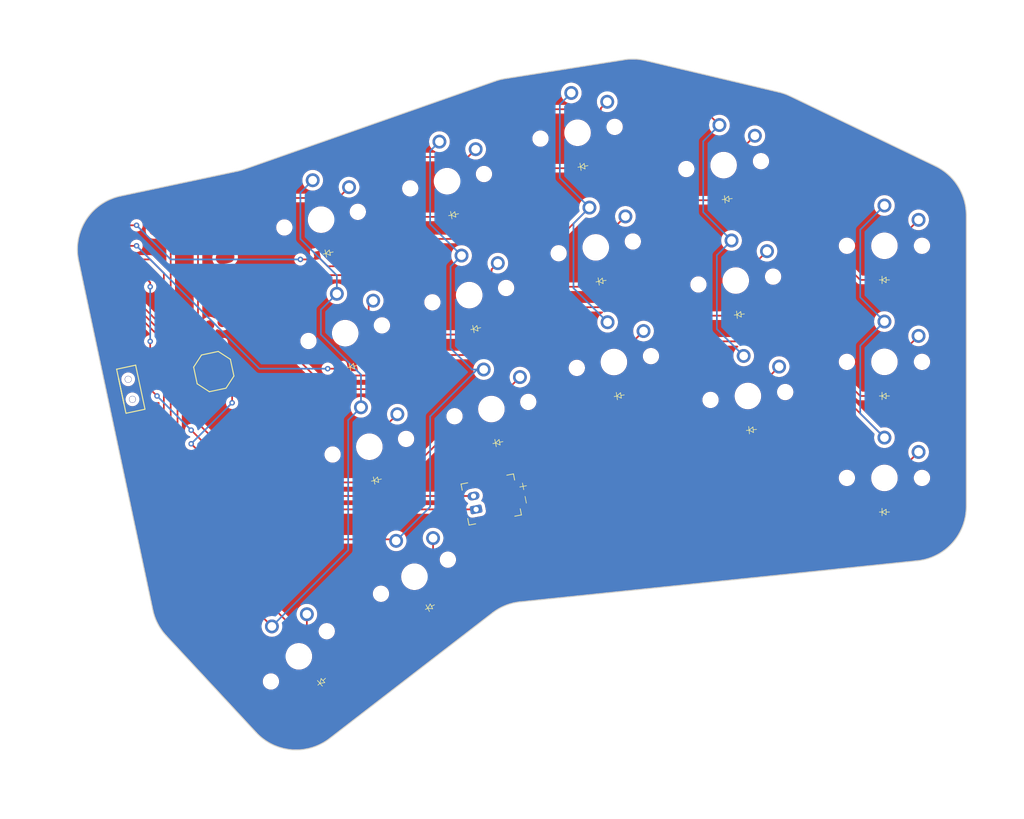
<source format=kicad_pcb>
(kicad_pcb (version 20241229) (generator "pcbnew") (generator_version "9.0")
  (title_block (title "splave-ferris_choc_v1_right") (rev "v1.0.0") (company "Unknown"))
  (layers (0 "F.Cu" signal) (2 "B.Cu" signal) (13 "F.Paste" user) (15 "B.Paste" user) (5 "F.SilkS" user "F.Silkscreen") (7 "B.SilkS" user "B.Silkscreen") (1 "F.Mask" user) (3 "B.Mask" user) (25 "Edge.Cuts" user))
  (net 0 "")
  (net 1 "D8")
  (net 2 "mirror_pinky_bottom")
  (net 3 "GND")
  (net 4 "D1")
  (net 5 "D2")
  (net 6 "mirror_pinky_home")
  (net 7 "mirror_pinky_top")
  (net 8 "D10")
  (net 9 "mirror_ring_bottom")
  (net 10 "mirror_ring_home")
  (net 11 "mirror_ring_top")
  (net 12 "D9")
  (net 13 "mirror_middle_bottom")
  (net 14 "mirror_middle_home")
  (net 15 "mirror_middle_top")
  (net 16 "D3")
  (net 17 "mirror_index_bottom")
  (net 18 "mirror_index_home")
  (net 19 "mirror_index_top")
  (net 20 "D5")
  (net 21 "mirror_inner_bottom")
  (net 22 "mirror_inner_home")
  (net 23 "mirror_inner_top")
  (net 24 "mirror_near_fan")
  (net 25 "mirror_far_fan")
  (net 26 "D0")
  (net 27 "D4")
  (net 28 "D6")
  (net 29 "D7")
  (net 30 "RAW3V3")
  (net 31 "RAW5V")
  (net 32 "CLK")
  (net 33 "DIO")
  (net 34 "RST")
  (net 35 "BAT")
  (net 36 "NFC1")
  (net 37 "NFC2")
  (net 38 "BATCON")
  (footprint "E73:SPDT_C128955" (layer "F.Cu") (at 269.086013 87.024253 102)
    (property "Reference" "T1" (hide yes))
    (property "Value" "" (hide yes))
    (pad "" smd rect (at -3.7 -1.1 102) (size 0.9 0.9) (layers "F.Cu" "F.Mask" "F.Paste"))
    (pad "" smd rect (at -3.7 1.1 102) (size 0.9 0.9) (layers "F.Cu" "F.Mask" "F.Paste"))
    (pad "" np_thru_hole circle (at -1.5 0.000002) (size 1 1) (drill 0.9) (layers "*.Cu" "*.Mask"))
    (pad "" np_thru_hole circle (at 1.5 -0.000002) (size 1 1) (drill 0.9) (layers "*.Cu" "*.Mask"))
    (pad "" smd rect (at 3.7 -1.1 102) (size 0.9 0.9) (layers "F.Cu" "F.Mask" "F.Paste"))
    (pad "" smd rect (at 3.7 1.1 102) (size 0.9 0.9) (layers "F.Cu" "F.Mask" "F.Paste"))
    (pad "1" smd rect (at 2.25 2.075 102) (size 0.9 1.25) (layers "F.Cu" "F.Mask" "F.Paste") (net 35 "BAT"))
    (pad "2" smd rect (at -0.75 2.075 102) (size 0.9 1.25) (layers "F.Cu" "F.Mask" "F.Paste") (net 38 "BATCON"))
    (pad "3" smd rect (at -2.25 2.075 102) (size 0.9 1.25) (layers "F.Cu" "F.Mask" "F.Paste"))
  )
  (footprint "E73:SW_TACT_ALPS_SKQGABE010" (layer "F.Cu") (at 281.312858 84.425356 102)
    (property "Reference" "B1" (hide yes))
    (property "Value" "" (hide yes))
    (pad "1" smd rect (at -3.1 -1.85 102) (size 1.8 1.1) (layers "F.Cu" "F.Mask" "F.Paste") (net 34 "RST"))
    (pad "1" smd rect (at 3.1 -1.85 102) (size 1.8 1.1) (layers "F.Cu" "F.Mask" "F.Paste") (net 34 "RST"))
    (pad "2" smd rect (at -3.1 1.85 102) (size 1.8 1.1) (layers "F.Cu" "F.Mask" "F.Paste") (net 3 "GND"))
    (pad "2" smd rect (at 3.1 1.85 102) (size 1.8 1.1) (layers "F.Cu" "F.Mask" "F.Paste") (net 3 "GND"))
  )
  (footprint "ceoloide:diode_tht_sod123" (layer "F.Cu") (at 319.685381 78.136583 11)
    (property "Reference" "D11" (hide yes))
    (property "Value" "")
    (pad "1" smd rect (at -1.65 0 11) (size 0.9 1.2) (layers "F.Cu" "F.Mask" "F.Paste") (net 4 "D1"))
    (pad "2" smd rect (at 1.65 0 11) (size 0.9 1.2) (layers "F.Cu" "F.Mask" "F.Paste") (net 18 "mirror_index_home"))
  )
  (footprint "ceoloide:diode_tht_sod123" (layer "F.Cu") (at 379.545507 105)
    (property "Reference" "D1" (hide yes))
    (property "Value" "")
    (pad "1" smd rect (at -1.65 0) (size 0.9 1.2) (layers "F.Cu" "F.Mask" "F.Paste") (net 5 "D2"))
    (pad "2" smd rect (at 1.65 0) (size 0.9 1.2) (layers "F.Cu" "F.Mask" "F.Paste") (net 2 "mirror_pinky_bottom"))
  )
  (footprint "ceoloide:diode_tht_sod123" (layer "F.Cu") (at 305.138 100.319148 12)
    (property "Reference" "D13" (hide yes))
    (property "Value" "")
    (pad "1" smd rect (at -1.65 0 12) (size 0.9 1.2) (layers "F.Cu" "F.Mask" "F.Paste") (net 5 "D2"))
    (pad "2" smd rect (at 1.65 0 12) (size 0.9 1.2) (layers "F.Cu" "F.Mask" "F.Paste") (net 21 "mirror_inner_bottom"))
  )
  (footprint "ceoloide:diode_tht_sod123" (layer "F.Cu") (at 379.545507 88)
    (property "Reference" "D2" (hide yes))
    (property "Value" "")
    (pad "1" smd rect (at -1.65 0) (size 0.9 1.2) (layers "F.Cu" "F.Mask" "F.Paste") (net 4 "D1"))
    (pad "2" smd rect (at 1.65 0) (size 0.9 1.2) (layers "F.Cu" "F.Mask" "F.Paste") (net 6 "mirror_pinky_home"))
  )
  (footprint "xiao_smd" (layer "F.Cu") (at 275.051829 69.39873 12)
    (property "Reference" "MCU1" (hide yes))
    (property "Value" "")
    (pad "1" smd oval (at -7.62 -7.62 192) (size 2.75 1.8) (drill (offset 0.475 0)) (layers "F.Cu" "F.Mask" "F.Paste") (net 26 "D0"))
    (pad "2" smd oval (at -7.62 -5.08 192) (size 2.75 1.8) (drill (offset 0.475 0)) (layers "F.Cu" "F.Mask" "F.Paste") (net 4 "D1"))
    (pad "3" smd oval (at -7.62 -2.54 192) (size 2.75 1.8) (drill (offset 0.475 0)) (layers "F.Cu" "F.Mask" "F.Paste") (net 5 "D2"))
    (pad "4" smd oval (at -7.62 0 192) (size 2.75 1.8) (drill (offset 0.475 0)) (layers "F.Cu" "F.Mask" "F.Paste") (net 16 "D3"))
    (pad "5" smd oval (at -7.62 2.54 192) (size 2.75 1.8) (drill (offset 0.475 0)) (layers "F.Cu" "F.Mask" "F.Paste") (net 27 "D4"))
    (pad "6" smd oval (at -7.62 5.08 192) (size 2.75 1.8) (drill (offset 0.475 0)) (layers "F.Cu" "F.Mask" "F.Paste") (net 20 "D5"))
    (pad "7" smd oval (at -7.62 7.62 192) (size 2.75 1.8) (drill (offset 0.475 0)) (layers "F.Cu" "F.Mask" "F.Paste") (net 28 "D6"))
    (pad "8" smd oval (at 7.62 7.62 12) (size 2.75 1.8) (drill (offset 0.475 0)) (layers "F.Cu" "F.Mask" "F.Paste") (net 29 "D7"))
    (pad "9" smd oval (at 7.62 5.08 12) (size 2.75 1.8) (drill (offset 0.475 0)) (layers "F.Cu" "F.Mask" "F.Paste") (net 1 "D8"))
    (pad "10" smd oval (at 7.62 2.54 12) (size 2.75 1.8) (drill (offset 0.475 0)) (layers "F.Cu" "F.Mask" "F.Paste") (net 12 "D9"))
    (pad "11" smd oval (at 7.62 0 12) (size 2.75 1.8) (drill (offset 0.475 0)) (layers "F.Cu" "F.Mask" "F.Paste") (net 8 "D10"))
    (pad "12" smd oval (at 7.62 -2.54 12) (size 2.75 1.8) (drill (offset 0.475 0)) (layers "F.Cu" "F.Mask" "F.Paste") (net 30 "RAW3V3"))
    (pad "13" smd oval (at 7.62 -5.08 12) (size 2.75 1.8) (drill (offset 0.475 0)) (layers "F.Cu" "F.Mask" "F.Paste") (net 3 "GND"))
    (pad "14" smd oval (at 7.62 -7.62 12) (size 2.75 1.8) (drill (offset 0.475 0)) (layers "F.Cu" "F.Mask" "F.Paste") (net 31 "RAW5V"))
    (pad "15" smd circle (at -1.27 -8.572 102) (size 1.397 1.397) (layers "F.Cu" "F.Mask") (net 32 "CLK"))
    (pad "16" smd circle (at 1.27 -8.572 102) (size 1.397 1.397) (layers "F.Cu" "F.Mask") (net 33 "DIO"))
    (pad "17" smd circle (at -1.27 -6.032 102) (size 1.397 1.397) (layers "F.Cu" "F.Mask" "F.Paste") (net 34 "RST"))
    (pad "18" smd circle (at 1.27 -6.032 102) (size 1.397 1.397) (layers "F.Cu" "F.Mask"))
    (pad "19" smd circle (at -4.445 -0.317 192) (size 1.397 1.397) (layers "F.Cu" "F.Mask" "F.Paste") (net 35 "BAT"))
    (pad "20" smd circle (at 3.81 9.208 192) (size 1.397 1.397) (layers "F.Cu" "F.Mask") (net 36 "NFC1"))
    (pad "21" smd circle (at 5.715 9.208 192) (size 1.397 1.397) (layers "F.Cu" "F.Mask") (net 37 "NFC2"))
  )
  (footprint "ceoloide:battery_connector_jst_ph_2" (layer "F.Cu") (at 319.54747 103.631307 101)
    (property "Reference" "JST1" (hide yes))
    (property "Value" "")
    (pad "1" thru_hole roundrect (at -1 0 101) (size 1.2 1.75) (drill 0.75) (layers "*.Cu" "*.Mask") (roundrect_rratio 0.2) (net 3 "GND"))
    (pad "2" thru_hole oval (at 1 0 101) (size 1.2 1.75) (drill 0.75) (layers "*.Cu" "*.Mask") (net 38 "BATCON"))
  )
  (footprint "ceoloide:diode_tht_sod123" (layer "F.Cu") (at 316.441628 61.448921 11)
    (property "Reference" "D12" (hide yes))
    (property "Value" "")
    (pad "1" smd rect (at -1.65 0 11) (size 0.9 1.2) (layers "F.Cu" "F.Mask" "F.Paste") (net 26 "D0"))
    (pad "2" smd rect (at 1.65 0 11) (size 0.9 1.2) (layers "F.Cu" "F.Mask" "F.Paste") (net 19 "mirror_index_top"))
  )
  (footprint "ceoloide:diode_tht_sod123" (layer "F.Cu") (at 301.603501 83.690639 12)
    (property "Reference" "D14" (hide yes))
    (property "Value" "")
    (pad "1" smd rect (at -1.65 0 12) (size 0.9 1.2) (layers "F.Cu" "F.Mask" "F.Paste") (net 4 "D1"))
    (pad "2" smd rect (at 1.65 0 12) (size 0.9 1.2) (layers "F.Cu" "F.Mask" "F.Paste") (net 22 "mirror_inner_home"))
  )
  (footprint "ceoloide:diode_tht_sod123" (layer "F.Cu") (at 338.040679 71.172127 9)
    (property "Reference" "D8" (hide yes))
    (property "Value" "")
    (pad "1" smd rect (at -1.65 0 9) (size 0.9 1.2) (layers "F.Cu" "F.Mask" "F.Paste") (net 4 "D1"))
    (pad "2" smd rect (at 1.65 0 9) (size 0.9 1.2) (layers "F.Cu" "F.Mask" "F.Paste") (net 14 "mirror_middle_home"))
  )
  (footprint "ceoloide:diode_tht_sod123" (layer "F.Cu") (at 340.700064 87.962829 9)
    (property "Reference" "D7" (hide yes))
    (property "Value" "")
    (pad "1" smd rect (at -1.65 0 9) (size 0.9 1.2) (layers "F.Cu" "F.Mask" "F.Paste") (net 5 "D2"))
    (pad "2" smd rect (at 1.65 0 9) (size 0.9 1.2) (layers "F.Cu" "F.Mask" "F.Paste") (net 13 "mirror_middle_bottom"))
  )
  (footprint "ceoloide:diode_tht_sod123" (layer "F.Cu") (at 360.06815 92.97261 6)
    (property "Reference" "D4" (hide yes))
    (property "Value" "")
    (pad "1" smd rect (at -1.65 0 6) (size 0.9 1.2) (layers "F.Cu" "F.Mask" "F.Paste") (net 5 "D2"))
    (pad "2" smd rect (at 1.65 0 6) (size 0.9 1.2) (layers "F.Cu" "F.Mask" "F.Paste") (net 9 "mirror_ring_bottom"))
  )
  (footprint "ceoloide:diode_tht_sod123" (layer "F.Cu") (at 379.545507 71)
    (property "Reference" "D3" (hide yes))
    (property "Value" "")
    (pad "1" smd rect (at -1.65 0) (size 0.9 1.2) (layers "F.Cu" "F.Mask" "F.Paste") (net 26 "D0"))
    (pad "2" smd rect (at 1.65 0) (size 0.9 1.2) (layers "F.Cu" "F.Mask" "F.Paste") (net 7 "mirror_pinky_top"))
  )
  (footprint "ceoloide:diode_tht_sod123" (layer "F.Cu") (at 356.514182 59.158865 6)
    (property "Reference" "D6" (hide yes))
    (property "Value" "")
    (pad "1" smd rect (at -1.65 0 6) (size 0.9 1.2) (layers "F.Cu" "F.Mask" "F.Paste") (net 26 "D0"))
    (pad "2" smd rect (at 1.65 0 6) (size 0.9 1.2) (layers "F.Cu" "F.Mask" "F.Paste") (net 11 "mirror_ring_top"))
  )
  (footprint "ceoloide:diode_tht_sod123" (layer "F.Cu") (at 335.381293 54.381426 9)
    (property "Reference" "D9" (hide yes))
    (property "Value" "")
    (pad "1" smd rect (at -1.65 0 9) (size 0.9 1.2) (layers "F.Cu" "F.Mask" "F.Paste") (net 26 "D0"))
    (pad "2" smd rect (at 1.65 0 9) (size 0.9 1.2) (layers "F.Cu" "F.Mask" "F.Paste") (net 15 "mirror_middle_top"))
  )
  (footprint "ceoloide:diode_tht_sod123" (layer "F.Cu") (at 312.971997 118.926616 27)
    (property "Reference" "D16" (hide yes))
    (property "Value" "")
    (pad "1" smd rect (at -1.65 0 27) (size 0.9 1.2) (layers "F.Cu" "F.Mask" "F.Paste") (net 27 "D4"))
    (pad "2" smd rect (at 1.65 0 27) (size 0.9 1.2) (layers "F.Cu" "F.Mask" "F.Paste") (net 24 "mirror_near_fan"))
  )
  (footprint "ceoloide:diode_tht_sod123" (layer "F.Cu") (at 322.929134 94.824245 11)
    (property "Reference" "D10" (hide yes))
    (property "Value" "")
    (pad "1" smd rect (at -1.65 0 11) (size 0.9 1.2) (layers "F.Cu" "F.Mask" "F.Paste") (net 5 "D2"))
    (pad "2" smd rect (at 1.65 0 11) (size 0.9 1.2) (layers "F.Cu" "F.Mask" "F.Paste") (net 17 "mirror_index_bottom"))
  )
  (footprint "ceoloide:diode_tht_sod123" (layer "F.Cu") (at 297.118407 129.852818 42)
    (property "Reference" "D17" (hide yes))
    (property "Value" "")
    (pad "1" smd rect (at -1.65 0 42) (size 0.9 1.2) (layers "F.Cu" "F.Mask" "F.Paste") (net 27 "D4"))
    (pad "2" smd rect (at 1.65 0 42) (size 0.9 1.2) (layers "F.Cu" "F.Mask" "F.Paste") (net 25 "mirror_far_fan"))
  )
  (footprint "ceoloide:diode_tht_sod123" (layer "F.Cu") (at 298.069003 67.06213 12)
    (property "Reference" "D15" (hide yes))
    (property "Value" "")
    (pad "1" smd rect (at -1.65 0 12) (size 0.9 1.2) (layers "F.Cu" "F.Mask" "F.Paste") (net 26 "D0"))
    (pad "2" smd rect (at 1.65 0 12) (size 0.9 1.2) (layers "F.Cu" "F.Mask" "F.Paste") (net 23 "mirror_inner_top"))
  )
  (footprint "ceoloide:diode_tht_sod123" (layer "F.Cu") (at 358.291166 76.065737 6)
    (property "Reference" "D5" (hide yes))
    (property "Value" "")
    (pad "1" smd rect (at -1.65 0 6) (size 0.9 1.2) (layers "F.Cu" "F.Mask" "F.Paste") (net 4 "D1"))
    (pad "2" smd rect (at 1.65 0 6) (size 0.9 1.2) (layers "F.Cu" "F.Mask" "F.Paste") (net 10 "mirror_ring_home"))
  )
  (footprint "ceoloide:switch_choc_v1_v2" (layer "B.Cu") (at 297.029444 62.171392 12)
    (property "Reference" "S15" (hide yes))
    (property "Value" "")
    (pad "" np_thru_hole circle (at -5.5 0 12) (size 1.9 1.9) (drill 1.9) (layers "*.Cu" "*.Mask"))
    (pad "" np_thru_hole circle (at 0 0 12) (size 3.4 3.4) (drill 3.4) (layers "*.Cu" "*.Mask"))
    (pad "" np_thru_hole circle (at 5.5 0 12) (size 1.9 1.9) (drill 1.9) (layers "*.Cu" "*.Mask"))
    (pad "1" thru_hole circle (at 5 -3.8 207) (size 2.032 2.032) (drill 1.27) (layers "*.Cu" "*.Mask") (net 23 "mirror_inner_top"))
    (pad "2" thru_hole circle (at 0 -5.9 207) (size 2.032 2.032) (drill 1.27) (layers "*.Cu" "*.Mask") (net 20 "D5"))
  )
  (footprint "ceoloide:switch_choc_v1_v2" (layer "B.Cu") (at 334.59912 49.442984 9)
    (property "Reference" "S9" (hide yes))
    (property "Value" "")
    (pad "" np_thru_hole circle (at -5.5 0 9) (size 1.9 1.9) (drill 1.9) (layers "*.Cu" "*.Mask"))
    (pad "" np_thru_hole circle (at 0 0 9) (size 3.4 3.4) (drill 3.4) (layers "*.Cu" "*.Mask"))
    (pad "" np_thru_hole circle (at 5.5 0 9) (size 1.9 1.9) (drill 1.9) (layers "*.Cu" "*.Mask"))
    (pad "1" thru_hole circle (at 5 -3.8 204) (size 2.032 2.032) (drill 1.27) (layers "*.Cu" "*.Mask") (net 15 "mirror_middle_top"))
    (pad "2" thru_hole circle (at 0 -5.9 204) (size 2.032 2.032) (drill 1.27) (layers "*.Cu" "*.Mask") (net 12 "D9"))
  )
  (footprint "ceoloide:switch_choc_v1_v2" (layer "B.Cu") (at 300.563943 78.799901 12)
    (property "Reference" "S14" (hide yes))
    (property "Value" "")
    (pad "" np_thru_hole circle (at -5.5 0 12) (size 1.9 1.9) (drill 1.9) (layers "*.Cu" "*.Mask"))
    (pad "" np_thru_hole circle (at 0 0 12) (size 3.4 3.4) (drill 3.4) (layers "*.Cu" "*.Mask"))
    (pad "" np_thru_hole circle (at 5.5 0 12) (size 1.9 1.9) (drill 1.9) (layers "*.Cu" "*.Mask"))
    (pad "1" thru_hole circle (at 5 -3.8 207) (size 2.032 2.032) (drill 1.27) (layers "*.Cu" "*.Mask") (net 22 "mirror_inner_home"))
    (pad "2" thru_hole circle (at 0 -5.9 207) (size 2.032 2.032) (drill 1.27) (layers "*.Cu" "*.Mask") (net 20 "D5"))
  )
  (footprint "ceoloide:switch_choc_v1_v2" (layer "B.Cu") (at 318.731336 73.228447 11)
    (property "Reference" "S11" (hide yes))
    (property "Value" "")
    (pad "" np_thru_hole circle (at -5.5 -0.000002 11) (size 1.9 1.9) (drill 1.9) (layers "*.Cu" "*.Mask"))
    (pad "" np_thru_hole circle (at 0 0 11) (size 3.4 3.4) (drill 3.4) (layers "*.Cu" "*.Mask"))
    (pad "" np_thru_hole circle (at 5.5 0.000002 11) (size 1.9 1.9) (drill 1.9) (layers "*.Cu" "*.Mask"))
    (pad "1" thru_hole circle (at 5 -3.8 206) (size 2.032 2.032) (drill 1.27) (layers "*.Cu" "*.Mask") (net 18 "mirror_index_home"))
    (pad "2" thru_hole circle (at 0 -5.9 206) (size 2.032 2.032) (drill 1.27) (layers "*.Cu" "*.Mask") (net 16 "D3"))
  )
  (footprint "ceoloide:switch_choc_v1_v2" (layer "B.Cu") (at 357.768524 71.093128 6)
    (property "Reference" "S5" (hide yes))
    (property "Value" "")
    (pad "" np_thru_hole circle (at -5.5 0 6) (size 1.9 1.9) (drill 1.9) (layers "*.Cu" "*.Mask"))
    (pad "" np_thru_hole circle (at 0 0 6) (size 3.4 3.4) (drill 3.4) (layers "*.Cu" "*.Mask"))
    (pad "" np_thru_hole circle (at 5.5 0 6) (size 1.9 1.9) (drill 1.9) (layers "*.Cu" "*.Mask"))
    (pad "1" thru_hole circle (at 5 -3.800003 201) (size 2.032 2.032) (drill 1.27) (layers "*.Cu" "*.Mask") (net 10 "mirror_ring_home"))
    (pad "2" thru_hole circle (at 0 -5.9 201) (size 2.032 2.032) (drill 1.27) (layers "*.Cu" "*.Mask") (net 8 "D10"))
  )
  (footprint "ceoloide:switch_choc_v1_v2" (layer "B.Cu") (at 293.772754 126.137094 42)
    (property "Reference" "S17" (hide yes))
    (property "Value" "")
    (pad "" np_thru_hole circle (at -5.5 -0.000001 42) (size 1.9 1.9) (drill 1.9) (layers "*.Cu" "*.Mask"))
    (pad "" np_thru_hole circle (at 0 0 42) (size 3.4 3.4) (drill 3.4) (layers "*.Cu" "*.Mask"))
    (pad "" np_thru_hole circle (at 5.5 0.000001 42) (size 1.9 1.9) (drill 1.9) (layers "*.Cu" "*.Mask"))
    (pad "1" thru_hole circle (at 5 -3.8 237) (size 2.032 2.032) (drill 1.27) (layers "*.Cu" "*.Mask") (net 25 "mirror_far_fan"))
    (pad "2" thru_hole circle (at -0.000001 -5.9 237) (size 2.032 2.032) (drill 1.27) (layers "*.Cu" "*.Mask") (net 20 "D5"))
  )
  (footprint "ceoloide:switch_choc_v1_v2" (layer "B.Cu") (at 355.99154 54.186256 6)
    (property "Reference" "S6" (hide yes))
    (property "Value" "")
    (pad "" np_thru_hole circle (at -5.5 0 6) (size 1.9 1.9) (drill 1.9) (layers "*.Cu" "*.Mask"))
    (pad "" np_thru_hole circle (at 0 0 6) (size 3.4 3.4) (drill 3.4) (layers "*.Cu" "*.Mask"))
    (pad "" np_thru_hole circle (at 5.5 0 6) (size 1.9 1.9) (drill 1.9) (layers "*.Cu" "*.Mask"))
    (pad "1" thru_hole circle (at 5 -3.800003 201) (size 2.032 2.032) (drill 1.27) (layers "*.Cu" "*.Mask") (net 11 "mirror_ring_top"))
    (pad "2" thru_hole circle (at 0 -5.9 201) (size 2.032 2.032) (drill 1.27) (layers "*.Cu" "*.Mask") (net 8 "D10"))
  )
  (footprint "ceoloide:switch_choc_v1_v2" (layer "B.Cu") (at 315.487583 56.540785 11)
    (property "Reference" "S12" (hide yes))
    (property "Value" "")
    (pad "" np_thru_hole circle (at -5.5 -0.000002 11) (size 1.9 1.9) (drill 1.9) (layers "*.Cu" "*.Mask"))
    (pad "" np_thru_hole circle (at 0 0 11) (size 3.4 3.4) (drill 3.4) (layers "*.Cu" "*.Mask"))
    (pad "" np_thru_hole circle (at 5.5 0.000002 11) (size 1.9 1.9) (drill 1.9) (layers "*.Cu" "*.Mask"))
    (pad "1" thru_hole circle (at 5 -3.8 206) (size 2.032 2.032) (drill 1.27) (layers "*.Cu" "*.Mask") (net 19 "mirror_index_top"))
    (pad "2" thru_hole circle (at 0 -5.9 206) (size 2.032 2.032) (drill 1.27) (layers "*.Cu" "*.Mask") (net 16 "D3"))
  )
  (footprint "ceoloide:switch_choc_v1_v2" (layer "B.Cu") (at 337.258506 66.233686 9)
    (property "Reference" "S8" (hide yes))
    (property "Value" "")
    (pad "" np_thru_hole circle (at -5.5 0 9) (size 1.9 1.9) (drill 1.9) (layers "*.Cu" "*.Mask"))
    (pad "" np_thru_hole circle (at 0 0 9) (size 3.4 3.4) (drill 3.4) (layers "*.Cu" "*.Mask"))
    (pad "" np_thru_hole circle (at 5.5 0 9) (size 1.9 1.9) (drill 1.9) (layers "*.Cu" "*.Mask"))
    (pad "1" thru_hole circle (at 5 -3.8 204) (size 2.032 2.032) (drill 1.27) (layers "*.Cu" "*.Mask") (net 14 "mirror_middle_home"))
    (pad "2" thru_hole circle (at 0 -5.9 204) (size 2.032 2.032) (drill 1.27) (layers "*.Cu" "*.Mask") (net 12 "D9"))
  )
  (footprint "ceoloide:switch_choc_v1_v2" (layer "B.Cu") (at 321.975089 89.916109 11)
    (property "Reference" "S10" (hide yes))
    (property "Value" "")
    (pad "" np_thru_hole circle (at -5.5 -0.000002 11) (size 1.9 1.9) (drill 1.9) (layers "*.Cu" "*.Mask"))
    (pad "" np_thru_hole circle (at 0 0 11) (size 3.4 3.4) (drill 3.4) (layers "*.Cu" "*.Mask"))
    (pad "" np_thru_hole circle (at 5.5 0.000002 11) (size 1.9 1.9) (drill 1.9) (layers "*.Cu" "*.Mask"))
    (pad "1" thru_hole circle (at 5 -3.8 206) (size 2.032 2.032) (drill 1.27) (layers "*.Cu" "*.Mask") (net 17 "mirror_index_bottom"))
    (pad "2" thru_hole circle (at 0 -5.9 206) (size 2.032 2.032) (drill 1.27) (layers "*.Cu" "*.Mask") (net 16 "D3"))
  )
  (footprint "ceoloide:switch_choc_v1_v2" (layer "B.Cu") (at 304.098442 95.42841 12)
    (property "Reference" "S13" (hide yes))
    (property "Value" "")
    (pad "" np_thru_hole circle (at -5.5 0 12) (size 1.9 1.9) (drill 1.9) (layers "*.Cu" "*.Mask"))
    (pad "" np_thru_hole circle (at 0 0 12) (size 3.4 3.4) (drill 3.4) (layers "*.Cu" "*.Mask"))
    (pad "" np_thru_hole circle (at 5.5 0 12) (size 1.9 1.9) (drill 1.9) (layers "*.Cu" "*.Mask"))
    (pad "1" thru_hole circle (at 5 -3.8 207) (size 2.032 2.032) (drill 1.27) (layers "*.Cu" "*.Mask") (net 21 "mirror_inner_bottom"))
    (pad "2" thru_hole circle (at 0 -5.9 207) (size 2.032 2.032) (drill 1.27) (layers "*.Cu" "*.Mask") (net 20 "D5"))
  )
  (footprint "ceoloide:switch_choc_v1_v2" (layer "B.Cu") (at 379.545507 83)
    (property "Reference" "S2" (hide yes))
    (property "Value" "")
    (pad "" np_thru_hole circle (at -5.5 0) (size 1.9 1.9) (drill 1.9) (layers "*.Cu" "*.Mask"))
    (pad "" np_thru_hole circle (at 0 0) (size 3.4 3.4) (drill 3.4) (layers "*.Cu" "*.Mask"))
    (pad "" np_thru_hole circle (at 5.5 0) (size 1.9 1.9) (drill 1.9) (layers "*.Cu" "*.Mask"))
    (pad "1" thru_hole circle (at 5 -3.8 195) (size 2.032 2.032) (drill 1.27) (layers "*.Cu" "*.Mask") (net 6 "mirror_pinky_home"))
    (pad "2" thru_hole circle (at 0 -5.9 195) (size 2.032 2.032) (drill 1.27) (layers "*.Cu" "*.Mask") (net 1 "D8"))
  )
  (footprint "ceoloide:switch_choc_v1_v2" (layer "B.Cu") (at 310.702044 114.471583 27)
    (property "Reference" "S16" (hide yes))
    (property "Value" "")
    (pad "" np_thru_hole circle (at -5.5 0 27) (size 1.9 1.9) (drill 1.9) (layers "*.Cu" "*.Mask"))
    (pad "" np_thru_hole circle (at 0 0 27) (size 3.4 3.4) (drill 3.4) (layers "*.Cu" "*.Mask"))
    (pad "" np_thru_hole circle (at 5.5 0 27) (size 1.9 1.9) (drill 1.9) (layers "*.Cu" "*.Mask"))
    (pad "1" thru_hole circle (at 5 -3.8 222) (size 2.032 2.032) (drill 1.27) (layers "*.Cu" "*.Mask") (net 24 "mirror_near_fan"))
    (pad "2" thru_hole circle (at 0 -5.9 222) (size 2.032 2.032) (drill 1.27) (layers "*.Cu" "*.Mask") (net 16 "D3"))
  )
  (footprint "ceoloide:switch_choc_v1_v2" (layer "B.Cu") (at 379.545507 100)
    (property "Reference" "S1" (hide yes))
    (property "Value" "")
    (pad "" np_thru_hole circle (at -5.5 0) (size 1.9 1.9) (drill 1.9) (layers "*.Cu" "*.Mask"))
    (pad "" np_thru_hole circle (at 0 0) (size 3.4 3.4) (drill 3.4) (layers "*.Cu" "*.Mask"))
    (pad "" np_thru_hole circle (at 5.5 0) (size 1.9 1.9) (drill 1.9) (layers "*.Cu" "*.Mask"))
    (pad "1" thru_hole circle (at 5 -3.8 195) (size 2.032 2.032) (drill 1.27) (layers "*.Cu" "*.Mask") (net 2 "mirror_pinky_bottom"))
    (pad "2" thru_hole circle (at 0 -5.9 195) (size 2.032 2.032) (drill 1.27) (layers "*.Cu" "*.Mask") (net 1 "D8"))
  )
  (footprint "ceoloide:switch_choc_v1_v2" (layer "B.Cu") (at 359.545507 88 6)
    (property "Reference" "S4" (hide yes))
    (property "Value" "")
    (pad "" np_thru_hole circle (at -5.5 0 6) (size 1.9 1.9) (drill 1.9) (layers "*.Cu" "*.Mask"))
    (pad "" np_thru_hole circle (at 0 0 6) (size 3.4 3.4) (drill 3.4) (layers "*.Cu" "*.Mask"))
    (pad "" np_thru_hole circle (at 5.5 0 6) (size 1.9 1.9) (drill 1.9) (layers "*.Cu" "*.Mask"))
    (pad "1" thru_hole circle (at 5 -3.800003 201) (size 2.032 2.032) (drill 1.27) (layers "*.Cu" "*.Mask") (net 9 "mirror_ring_bottom"))
    (pad "2" thru_hole circle (at 0 -5.9 201) (size 2.032 2.032) (drill 1.27) (layers "*.Cu" "*.Mask") (net 8 "D10"))
  )
  (footprint "ceoloide:switch_choc_v1_v2" (layer "B.Cu") (at 379.545507 66)
    (property "Reference" "S3" (hide yes))
    (property "Value" "")
    (pad "" np_thru_hole circle (at -5.5 0) (size 1.9 1.9) (drill 1.9) (layers "*.Cu" "*.Mask"))
    (pad "" np_thru_hole circle (at 0 0) (size 3.4 3.4) (drill 3.4) (layers "*.Cu" "*.Mask"))
    (pad "" np_thru_hole circle (at 5.5 0) (size 1.9 1.9) (drill 1.9) (layers "*.Cu" "*.Mask"))
    (pad "1" thru_hole circle (at 5 -3.8 195) (size 2.032 2.032) (drill 1.27) (layers "*.Cu" "*.Mask") (net 7 "mirror_pinky_top"))
    (pad "2" thru_hole circle (at 0 -5.9 195) (size 2.032 2.032) (drill 1.27) (layers "*.Cu" "*.Mask") (net 1 "D8"))
  )
  (footprint "ceoloide:switch_choc_v1_v2" (layer "B.Cu") (at 339.917892 83.024388 9)
    (property "Reference" "S7" (hide yes))
    (property "Value" "")
    (pad "" np_thru_hole circle (at -5.5 0 9) (size 1.9 1.9) (drill 1.9) (layers "*.Cu" "*.Mask"))
    (pad "" np_thru_hole circle (at 0 0 9) (size 3.4 3.4) (drill 3.4) (layers "*.Cu" "*.Mask"))
    (pad "" np_thru_hole circle (at 5.5 0 9) (size 1.9 1.9) (drill 1.9) (layers "*.Cu" "*.Mask"))
    (pad "1" thru_hole circle (at 5 -3.8 204) (size 2.032 2.032) (drill 1.27) (layers "*.Cu" "*.Mask") (net 13 "mirror_middle_bottom"))
    (pad "2" thru_hole circle (at 0 -5.9 204) (size 2.032 2.032) (drill 1.27) (layers "*.Cu" "*.Mask") (net 12 "D9"))
  )
  (gr_line (start 322.552328 41.864453) (end 285.757788 54.787767) (stroke (width 0.15)) (layer "Edge.Cuts"))
  (gr_line (start 274.340892 123.11786) (end 287.51626 137.294288) (stroke (width 0.15)) (layer "Edge.Cuts"))
  (gr_line (start 364.09882 43.492985) (end 344.525602 38.859172) (stroke (width 0.15)) (layer "Edge.Cuts"))
  (gr_line (start 391.545507 104.185002) (end 391.545507 61.527372) (stroke (width 0.15)) (layer "Edge.Cuts"))
  (gr_arc (start 322.552329 41.864453) (mid 323.244134 41.656052) (end 323.951919 41.510916) (stroke (width 0.15)) (layer "Edge.Cuts"))
  (gr_arc (start 322.12473 119.784294) (mid 324.042482 118.690366) (end 326.186214 118.162289) (stroke (width 0.15)) (layer "Edge.Cuts"))
  (gr_arc (start 285.757788 54.787768) (mid 285.26835 54.942224) (end 284.770015 55.064979) (stroke (width 0.15)) (layer "Edge.Cuts"))
  (gr_line (start 326.186214 118.16229) (end 384.368819 112.142524) (stroke (width 0.15)) (layer "Edge.Cuts"))
  (gr_line (start 298.261023 138.183635) (end 322.124731 119.784295) (stroke (width 0.15)) (layer "Edge.Cuts"))
  (gr_arc (start 387.015752 54.319224) (mid 390.319057 57.270728) (end 391.545507 61.527372) (stroke (width 0.15)) (layer "Edge.Cuts"))
  (gr_arc (start 274.340891 123.11786) (mid 273.101679 121.359729) (end 272.375679 119.334983) (stroke (width 0.15)) (layer "Edge.Cuts"))
  (gr_arc (start 364.09882 43.492985) (mid 364.928045 43.737295) (end 365.726068 44.069653) (stroke (width 0.15)) (layer "Edge.Cuts"))
  (gr_arc (start 298.261023 138.183635) (mid 292.716323 139.820854) (end 287.51626 137.294288) (stroke (width 0.15)) (layer "Edge.Cuts"))
  (gr_arc (start 261.504263 68.188992) (mid 262.620079 62.168586) (end 267.66615 58.700517) (stroke (width 0.15)) (layer "Edge.Cuts"))
  (gr_line (start 261.504263 68.188992) (end 272.375679 119.334983) (stroke (width 0.15)) (layer "Edge.Cuts"))
  (gr_line (start 341.43113 38.742481) (end 323.951918 41.510916) (stroke (width 0.15)) (layer "Edge.Cuts"))
  (gr_line (start 284.770015 55.064979) (end 267.66615 58.700517) (stroke (width 0.15)) (layer "Edge.Cuts"))
  (gr_arc (start 341.431129 38.742482) (mid 342.984065 38.64967) (end 344.525602 38.859172) (stroke (width 0.15)) (layer "Edge.Cuts"))
  (gr_arc (start 391.545507 104.185002) (mid 389.486319 109.54287) (end 384.368819 112.142524) (stroke (width 0.15)) (layer "Edge.Cuts"))
  (gr_line (start 387.015752 54.319223) (end 365.726068 44.069653) (stroke (width 0.15)) (layer "Edge.Cuts"))
  (segment (start 323 82) (end 309 82) (width 0.25) (layer "F.Cu") (net 1))
  (segment (start 293 80) (end 285.783433 72.783433) (width 0.25) (layer "F.Cu") (net 1))
  (segment (start 348 75) (end 330 75) (width 0.25) (layer "F.Cu") (net 1))
  (segment (start 285.783433 72.783433) (end 283.561505 72.783433) (width 0.25) (layer "F.Cu") (net 1))
  (segment (start 379.545507 94.1) (end 366 80.554493) (width 0.25) (layer "F.Cu") (net 1))
  (segment (start 366 80) (end 353 80) (width 0.25) (layer "F.Cu") (net 1))
  (segment (start 353 80) (end 348 75) (width 0.25) (layer "F.Cu") (net 1))
  (segment (start 309 82) (end 304 87) (width 0.25) (layer "F.Cu") (net 1))
  (segment (start 293 82) (end 293 80) (width 0.25) (layer "F.Cu") (net 1))
  (segment (start 330 75) (end 323 82) (width 0.25) (layer "F.Cu") (net 1))
  (segment (start 304 87) (end 298 87) (width 0.25) (layer "F.Cu") (net 1))
  (segment (start 366 80.554493) (end 366 80) (width 0.25) (layer "F.Cu") (net 1))
  (segment (start 298 87) (end 293 82) (width 0.25) (layer "F.Cu") (net 1))
  (segment (start 376 73.554493) (end 379.545507 77.1) (width 0.25) (layer "B.Cu") (net 1))
  (segment (start 376 80.645507) (end 376 90.554493) (width 0.25) (layer "B.Cu") (net 1))
  (segment (start 376 63.645507) (end 376 73.554493) (width 0.25) (layer "B.Cu") (net 1))
  (segment (start 379.545507 77.1) (end 376 80.645507) (width 0.25) (layer "B.Cu") (net 1))
  (segment (start 376 90.554493) (end 379.545507 94.1) (width 0.25) (layer "B.Cu") (net 1))
  (segment (start 379.545507 60.1) (end 376 63.645507) (width 0.25) (layer "B.Cu") (net 1))
  (segment (start 384.545507 96.2) (end 383 97.745507) (width 0.25) (layer "F.Cu") (net 2))
  (segment (start 383 97.745507) (end 383 103) (width 0.25) (layer "F.Cu") (net 2))
  (segment (start 383 103) (end 381.195507 104.804493) (width 0.25) (layer "F.Cu") (net 2))
  (segment (start 381.195507 104.804493) (end 381.195507 105) (width 0.25) (layer "F.Cu") (net 2))
  (segment (start 284 89) (end 284 87.30602) (width 0.25) (layer "F.Cu") (net 3))
  (segment (start 282.477905 81.008462) (end 281.008462 81.008462) (width 0.25) (layer "F.Cu") (net 3))
  (segment (start 287.612934 104.612934) (end 278 95) (width 0.25) (layer "F.Cu") (net 3))
  (segment (start 282.477905 81.008462) (end 282.477905 85.783925) (width 0.25) (layer "F.Cu") (net 3))
  (segment (start 282.477905 85.783925) (end 283.766957 87.072977) (width 0.25) (layer "F.Cu") (net 3))
  (segment (start 319.738279 104.612934) (end 287.612934 104.612934) (width 0.25) (layer "F.Cu") (net 3))
  (segment (start 279 79) (end 279 65.294575) (width 0.25) (layer "F.Cu") (net 3))
  (segment (start 279 65.294575) (end 281.449122 62.845453) (width 0.25) (layer "F.Cu") (net 3))
  (segment (start 281.008462 81.008462) (end 279 79) (width 0.25) (layer "F.Cu") (net 3))
  (segment (start 284 87.30602) (end 283.766957 87.072977) (width 0.25) (layer "F.Cu") (net 3))
  (via (at 278 95) (size 0.8) (drill 0.4) (layers "F.Cu" "B.Cu") (net 3))
  (via (at 284 89) (size 0.8) (drill 0.4) (layers "F.Cu" "B.Cu") (net 3))
  (segment (start 278 95) (end 284 89) (width 0.25) (layer "B.Cu") (net 3))
  (segment (start 269.985973 66.014027) (end 270 66) (width 0.25) (layer "F.Cu") (net 4))
  (segment (start 266.542153 66.014027) (end 269.985973 66.014027) (width 0.25) (layer "F.Cu") (net 4))
  (segment (start 330 72) (end 335.841237 72) (width 0.25) (layer "F.Cu") (net 4))
  (segment (start 304 85) (end 310 79) (width 0.25) (layer "F.Cu") (net 4))
  (segment (start 318.065696 78.451418) (end 318.065696 79.065696) (width 0.25) (layer "F.Cu") (net 4))
  (segment (start 299.989557 84.033693) (end 300.955864 85) (width 0.25) (layer "F.Cu") (net 4))
  (segment (start 300.955864 85) (end 304 85) (width 0.25) (layer "F.Cu") (net 4))
  (segment (start 358.411996 78) (end 356.650205 76.238209) (width 0.25) (layer "F.Cu") (net 4))
  (segment (start 310 79) (end 317.517114 79) (width 0.25) (layer "F.Cu") (net 4))
  (segment (start 350 73) (end 337.980749 73) (width 0.25) (layer "F.Cu") (net 4))
  (segment (start 318.065696 79.065696) (end 319 80) (width 0.25) (layer "F.Cu") (net 4))
  (segment (start 376 88) (end 366 78) (width 0.25) (layer "F.Cu") (net 4))
  (segment (start 353.238209 76.238209) (end 350 73) (width 0.25) (layer "F.Cu") (net 4))
  (segment (start 335.841237 72) (end 336.410993 71.430244) (width 0.25) (layer "F.Cu") (net 4))
  (segment (start 337.980749 73) (end 336.410993 71.430244) (width 0.25) (layer "F.Cu") (net 4))
  (segment (start 356.650205 76.238209) (end 353.238209 76.238209) (width 0.25) (layer "F.Cu") (net 4))
  (segment (start 377.895507 88) (end 376 88) (width 0.25) (layer "F.Cu") (net 4))
  (segment (start 299.955864 84) (end 299.989557 84.033693) (width 0.25) (layer "F.Cu") (net 4))
  (segment (start 298 84) (end 299.955864 84) (width 0.25) (layer "F.Cu") (net 4))
  (segment (start 317.517114 79) (end 318.065696 78.451418) (width 0.25) (layer "F.Cu") (net 4))
  (segment (start 319 80) (end 322 80) (width 0.25) (layer "F.Cu") (net 4))
  (segment (start 322 80) (end 330 72) (width 0.25) (layer "F.Cu") (net 4))
  (segment (start 366 78) (end 358.411996 78) (width 0.25) (layer "F.Cu") (net 4))
  (via (at 298 84) (size 0.8) (drill 0.4) (layers "F.Cu" "B.Cu") (net 4))
  (via (at 270 66) (size 0.8) (drill 0.4) (layers "F.Cu" "B.Cu") (net 4))
  (segment (start 288 84) (end 298 84) (width 0.25) (layer "B.Cu") (net 4))
  (segment (start 270 66) (end 288 84) (width 0.25) (layer "B.Cu") (net 4))
  (segment (start 366 95) (end 360.282107 95) (width 0.25) (layer "F.Cu") (net 5))
  (segment (start 340.849432 90) (end 339.070378 88.220946) (width 0.25) (layer "F.Cu") (net 5))
  (segment (start 377.895507 105) (end 376 105) (width 0.25) (layer "F.Cu") (net 5))
  (segment (start 325 96) (end 333 88) (width 0.25) (layer "F.Cu") (net 5))
  (segment (start 351 90) (end 340.849432 90) (width 0.25) (layer "F.Cu") (net 5))
  (segment (start 277 80) (end 274 77) (width 0.25) (layer "F.Cu") (net 5))
  (segment (start 333 88) (end 338.849432 88) (width 0.25) (layer "F.Cu") (net 5))
  (segment (start 360.282107 95) (end 358.427189 93.145082) (width 0.25) (layer "F.Cu") (net 5))
  (segment (start 314 95) (end 321.170369 95) (width 0.25) (layer "F.Cu") (net 5))
  (segment (start 338.849432 88) (end 339.070378 88.220946) (width 0.25) (layer "F.Cu") (net 5))
  (segment (start 358.427189 93.145082) (end 354.145082 93.145082) (width 0.25) (layer "F.Cu") (net 5))
  (segment (start 376 105) (end 366 95) (width 0.25) (layer "F.Cu") (net 5))
  (segment (start 354.145082 93.145082) (end 351 90) (width 0.25) (layer "F.Cu") (net 5))
  (segment (start 277 90) (end 277 80) (width 0.25) (layer "F.Cu") (net 5))
  (segment (start 307 102) (end 314 95) (width 0.25) (layer "F.Cu") (net 5))
  (segment (start 303.524056 101.524056) (end 304 102) (width 0.25) (layer "F.Cu") (net 5))
  (segment (start 274 77) (end 274 70) (width 0.25) (layer "F.Cu") (net 5))
  (segment (start 322.170369 96) (end 325 96) (width 0.25) (layer "F.Cu") (net 5))
  (segment (start 304 102) (end 307 102) (width 0.25) (layer "F.Cu") (net 5))
  (segment (start 272 68) (end 267.568771 68) (width 0.25) (layer "F.Cu") (net 5))
  (segment (start 321.309449 95.13908) (end 322.170369 96) (width 0.25) (layer "F.Cu") (net 5))
  (segment (start 287.662202 100.662202) (end 277 90) (width 0.25) (layer "F.Cu") (net 5))
  (segment (start 303.524056 100.662202) (end 287.662202 100.662202) (width 0.25) (layer "F.Cu") (net 5))
  (segment (start 274 70) (end 272 68) (width 0.25) (layer "F.Cu") (net 5))
  (segment (start 321.170369 95) (end 321.309449 95.13908) (width 0.25) (layer "F.Cu") (net 5))
  (segment (start 267.568771 68) (end 267.070249 68.498522) (width 0.25) (layer "F.Cu") (net 5))
  (segment (start 303.524056 100.662202) (end 303.524056 101.524056) (width 0.25) (layer "F.Cu") (net 5))
  (segment (start 384.545507 79.2) (end 383 80.745507) (width 0.25) (layer "F.Cu") (net 6))
  (segment (start 383 86.195507) (end 381.195507 88) (width 0.25) (layer "F.Cu") (net 6))
  (segment (start 383 80.745507) (end 383 86.195507) (width 0.25) (layer "F.Cu") (net 6))
  (segment (start 384.545507 62.2) (end 383 63.745507) (width 0.25) (layer "F.Cu") (net 7))
  (segment (start 383 69.195507) (end 381.195507 71) (width 0.25) (layer "F.Cu") (net 7))
  (segment (start 383 63.745507) (end 383 69.195507) (width 0.25) (layer "F.Cu") (net 7))
  (segment (start 335 46) (end 338 43) (width 0.25) (layer "F.Cu") (net 8))
  (segment (start 323 46) (end 335 46) (width 0.25) (layer "F.Cu") (net 8))
  (segment (start 292 59) (end 297 59) (width 0.25) (layer "F.Cu") (net 8))
  (segment (start 350.056245 43) (end 355.374822 48.318577) (width 0.25) (layer "F.Cu") (net 8))
  (segment (start 282.505314 67.814443) (end 283.185557 67.814443) (width 0.25) (layer "F.Cu") (net 8))
  (segment (start 283.185557 67.814443) (end 292 59) (width 0.25) (layer "F.Cu") (net 8))
  (segment (start 303 53) (end 316 53) (width 0.25) (layer "F.Cu") (net 8))
  (segment (start 316 53) (end 323 46) (width 0.25) (layer "F.Cu") (net 8))
  (segment (start 297 59) (end 303 53) (width 0.25) (layer "F.Cu") (net 8))
  (segment (start 338 43) (end 350.056245 43) (width 0.25) (layer "F.Cu") (net 8))
  (segment (start 355 67.377255) (end 355 78.203532) (width 0.25) (layer "B.Cu") (net 8))
  (segment (start 355.374822 48.318577) (end 353 50.693399) (width 0.25) (layer "B.Cu") (net 8))
  (segment (start 357.151806 65.225449) (end 355 67.377255) (width 0.25) (layer "B.Cu") (net 8))
  (segment (start 353 50.693399) (end 353 61.073643) (width 0.25) (layer "B.Cu") (net 8))
  (segment (start 353 61.073643) (end 357.151806 65.225449) (width 0.25) (layer "B.Cu") (net 8))
  (segment (start 355 78.203532) (end 358.928789 82.132321) (width 0.25) (layer "B.Cu") (net 8))
  (segment (start 363 84.819082) (end 363 91.509249) (width 0.25) (layer "F.Cu") (net 9))
  (segment (start 363 91.509249) (end 361.709111 92.800138) (width 0.25) (layer "F.Cu") (net 9))
  (segment (start 364.120908 83.698174) (end 363 84.819082) (width 0.25) (layer "F.Cu") (net 9))
  (segment (start 361 68.135227) (end 361 74.825392) (width 0.25) (layer "F.Cu") (net 10))
  (segment (start 362.343925 66.791302) (end 361 68.135227) (width 0.25) (layer "F.Cu") (net 10))
  (segment (start 361 74.825392) (end 359.932127 75.893265) (width 0.25) (layer "F.Cu") (net 10))
  (segment (start 359 51.451371) (end 359 58.141536) (width 0.25) (layer "F.Cu") (net 11))
  (segment (start 359 58.141536) (end 358.155143 58.986393) (width 0.25) (layer "F.Cu") (net 11))
  (segment (start 360.566941 49.88443) (end 359 51.451371) (width 0.25) (layer "F.Cu") (net 11))
  (segment (start 331.741868 65) (end 336.335543 60.406325) (width 0.25) (layer "F.Cu") (net 12))
  (segment (start 303.701062 70.298938) (end 309 65) (width 0.25) (layer "F.Cu") (net 12))
  (segment (start 283.033409 70.298938) (end 303.701062 70.298938) (width 0.25) (layer "F.Cu") (net 12))
  (segment (start 309 65) (end 331.741868 65) (width 0.25) (layer "F.Cu") (net 12))
  (segment (start 333.676157 43.615623) (end 332 45.29178) (width 0.25) (layer "B.Cu") (net 12))
  (segment (start 336.335543 60.406325) (end 334 62.741868) (width 0.25) (layer "B.Cu") (net 12))
  (segment (start 332 45.29178) (end 332 56.070782) (width 0.25) (layer "B.Cu") (net 12))
  (segment (start 332 56.070782) (end 336.335543 60.406325) (width 0.25) (layer "B.Cu") (net 12))
  (segment (start 334 62.741868) (end 334 72.202098) (width 0.25) (layer "B.Cu") (net 12))
  (segment (start 334 72.202098) (end 338.994929 77.197027) (width 0.25) (layer "B.Cu") (net 12))
  (segment (start 343 87.034462) (end 342.32975 87.704712) (width 0.25) (layer "F.Cu") (net 13))
  (segment (start 343 79.750883) (end 343 87.034462) (width 0.25) (layer "F.Cu") (net 13))
  (segment (start 344.261883 78.489) (end 343 79.750883) (width 0.25) (layer "F.Cu") (net 13))
  (segment (start 341.602497 61.698298) (end 340 63.300795) (width 0.25) (layer "F.Cu") (net 14))
  (segment (start 340 70.584375) (end 339.670365 70.91401) (width 0.25) (layer "F.Cu") (net 14))
  (segment (start 340 63.300795) (end 340 70.584375) (width 0.25) (layer "F.Cu") (net 14))
  (segment (start 338 53.134288) (end 337.010979 54.123309) (width 0.25) (layer "F.Cu") (net 15))
  (segment (start 338 45.850707) (end 338 53.134288) (width 0.25) (layer "F.Cu") (net 15))
  (segment (start 338.943111 44.907596) (end 338 45.850707) (width 0.25) (layer "F.Cu") (net 15))
  (segment (start 270 74) (end 270 72) (width 0.25) (layer "F.Cu") (net 16))
  (segment (start 308.0235 109.214645) (end 307.808855 109) (width 0.25) (layer "F.Cu") (net 16))
  (segment (start 307.808855 109) (end 283 109) (width 0.25) (layer "F.Cu") (net 16))
  (segment (start 276 80) (end 270 74) (width 0.25) (layer "F.Cu") (net 16))
  (segment (start 276 102) (end 276 80) (width 0.25) (layer "F.Cu") (net 16))
  (segment (start 270 72) (end 268.983017 70.983017) (width 0.25) (layer "F.Cu") (net 16))
  (segment (start 268.983017 70.983017) (end 267.598344 70.983017) (width 0.25) (layer "F.Cu") (net 16))
  (segment (start 283 109) (end 276 102) (width 0.25) (layer "F.Cu") (net 16))
  (segment (start 313 52.110995) (end 313 62.831284) (width 0.25) (layer "B.Cu") (net 16))
  (segment (start 319.124509 84.124509) (end 320.849316 84.124509) (width 0.25) (layer "B.Cu") (net 16))
  (segment (start 316 69.04241) (end 316 81) (width 0.25) (layer "B.Cu") (net 16))
  (segment (start 317.605563 67.436847) (end 316 69.04241) (width 0.25) (layer "B.Cu") (net 16))
  (segment (start 308.0235 109.214645) (end 313 104.238145) (width 0.25) (layer "B.Cu") (net 16))
  (segment (start 313 104.238145) (end 313 91) (width 0.25) (layer "B.Cu") (net 16))
  (segment (start 316 81) (end 319.124509 84.124509) (width 0.25) (layer "B.Cu") (net 16))
  (segment (start 320.724807 84) (end 320.849316 84.124509) (width 0.25) (layer "B.Cu") (net 16))
  (segment (start 314.36181 50.749185) (end 313 52.110995) (width 0.25) (layer "B.Cu") (net 16))
  (segment (start 313 62.831284) (end 317.605563 67.436847) (width 0.25) (layer "B.Cu") (net 16))
  (segment (start 320 84) (end 320.724807 84) (width 0.25) (layer "B.Cu") (net 16))
  (segment (start 313 91) (end 320 84) (width 0.25) (layer "B.Cu") (net 16))
  (segment (start 326.158151 85.231881) (end 325 86.390032) (width 0.25) (layer "F.Cu") (net 17))
  (segment (start 325 86.390032) (end 325 94.058229) (width 0.25) (layer "F.Cu") (net 17))
  (segment (start 325 94.058229) (end 324.548819 94.50941) (width 0.25) (layer "F.Cu") (net 17))
  (segment (start 322 69.458617) (end 322 77.126814) (width 0.25) (layer "F.Cu") (net 18))
  (segment (start 322 77.126814) (end 321.305066 77.821748) (width 0.25) (layer "F.Cu") (net 18))
  (segment (start 322.914398 68.544219) (end 322 69.458617) (width 0.25) (layer "F.Cu") (net 18))
  (segment (start 319.670645 51.856557) (end 318.061313 53.465889) (width 0.25) (layer "F.Cu") (net 19))
  (segment (start 318.061313 53.465889) (end 318.061313 61.134086) (width 0.25) (layer "F.Cu") (net 19))
  (segment (start 274 106) (end 274 80) (width 0.25) (layer "F.Cu") (net 20))
  (segment (start 274.072343 106) (end 274 106) (width 0.25) (layer "F.Cu") (net 20))
  (segment (start 289.824883 121.75254) (end 274.072343 106) (width 0.25) (layer "F.Cu") (net 20))
  (segment (start 274 80) (end 269.952007 75.952007) (width 0.25) (layer "F.Cu") (net 20))
  (segment (start 269.952007 75.952007) (end 268.654536 75.952007) (width 0.25) (layer "F.Cu") (net 20))
  (segment (start 301 110.577423) (end 289.824883 121.75254) (width 0.25) (layer "B.Cu") (net 20))
  (segment (start 294 58.203086) (end 294 65) (width 0.25) (layer "B.Cu") (net 20))
  (segment (start 299.337264 73.02883) (end 297 75.366094) (width 0.25) (layer "B.Cu") (net 20))
  (segment (start 302.871763 84.871763) (end 302.871763 89.657339) (width 0.25) (layer "B.Cu") (net 20))
  (segment (start 297 79) (end 302.871763 84.871763) (width 0.25) (layer "B.Cu") (net 20))
  (segment (start 301 91.529102) (end 301 110.577423) (width 0.25) (layer "B.Cu") (net 20))
  (segment (start 299.337264 70.337264) (end 299.337264 73.02883) (width 0.25) (layer "B.Cu") (net 20))
  (segment (start 294 65) (end 299.337264 70.337264) (width 0.25) (layer "B.Cu") (net 20))
  (segment (start 297 75.366094) (end 297 79) (width 0.25) (layer "B.Cu") (net 20))
  (segment (start 302.871763 89.657339) (end 301 91.529102) (width 0.25) (layer "B.Cu") (net 20))
  (segment (start 295.802765 56.400321) (end 294 58.203086) (width 0.25) (layer "B.Cu") (net 20))
  (segment (start 307 91.871007) (end 307 99) (width 0.25) (layer "F.Cu") (net 21))
  (segment (start 306.751944 99.248056) (end 306.751944 99.976094) (width 0.25) (layer "F.Cu") (net 21))
  (segment (start 307 99) (end 306.751944 99.248056) (width 0.25) (layer "F.Cu") (net 21))
  (segment (start 308.199116 90.671891) (end 307 91.871007) (width 0.25) (layer "F.Cu") (net 21))
  (segment (start 304 74.707999) (end 304 82.56503) (width 0.25) (layer "F.Cu") (net 22))
  (segment (start 304 82.56503) (end 303.217445 83.347585) (width 0.25) (layer "F.Cu") (net 22))
  (segment (start 304.664617 74.043382) (end 304 74.707999) (width 0.25) (layer "F.Cu") (net 22))
  (segment (start 299.682947 58.862044) (end 299.682947 66.719076) (width 0.25) (layer "F.Cu") (net 23))
  (segment (start 301.130118 57.414873) (end 299.682947 58.862044) (width 0.25) (layer "F.Cu") (net 23))
  (segment (start 313.431913 117.167287) (end 314.442158 118.177532) (width 0.25) (layer "F.Cu") (net 24))
  (segment (start 313.431913 108.815806) (end 313.431913 117.167287) (width 0.25) (layer "F.Cu") (net 24))
  (segment (start 294.945782 119.967491) (end 294.945782 122.945782) (width 0.25) (layer "F.Cu") (net 25))
  (segment (start 294.945782 122.945782) (end 298.344596 126.344596) (width 0.25) (layer "F.Cu") (net 25))
  (segment (start 298.344596 126.344596) (end 298.344596 128.748752) (width 0.25) (layer "F.Cu") (net 25))
  (segment (start 335.112064 56) (end 333.751607 54.639543) (width 0.25) (layer "F.Cu") (net 26))
  (segment (start 300 69) (end 307.236244 61.763756) (width 0.25) (layer "F.Cu") (net 26))
  (segment (start 295.860243 68) (end 296.455059 67.405184) (width 0.25) (layer "F.Cu") (net 26))
  (segment (start 376 71) (end 366 61) (width 0.25) (layer "F.Cu") (net 26))
  (segment (start 307.236244 61.763756) (end 314.821943 61.763756) (width 0.25) (layer "F.Cu") (net 26))
  (segment (start 298 69) (end 300 69) (width 0.25) (layer "F.Cu") (net 26))
  (segment (start 294 68) (end 295.860243 68) (width 0.25) (layer "F.Cu") (net 26))
  (segment (start 377.895507 71) (end 376 71) (width 0.25) (layer "F.Cu") (net 26))
  (segment (start 314.821943 61.763756) (end 316 62.941813) (width 0.25) (layer "F.Cu") (net 26))
  (segment (start 356.541884 61) (end 354.873221 59.331337) (width 0.25) (layer "F.Cu") (net 26))
  (segment (start 319 63) (end 327.360457 54.639543) (width 0.25) (layer "F.Cu") (net 26))
  (segment (start 316 62.941813) (end 316 63) (width 0.25) (layer "F.Cu") (net 26))
  (segment (start 366 61) (end 356.541884 61) (width 0.25) (layer "F.Cu") (net 26))
  (segment (start 327.360457 54.639543) (end 333.751607 54.639543) (width 0.25) (layer "F.Cu") (net 26))
  (segment (start 348 56) (end 335.112064 56) (width 0.25) (layer "F.Cu") (net 26))
  (segment (start 266.543589 63) (end 270 63) (width 0.25) (layer "F.Cu") (net 26))
  (segment (start 351.331337 59.331337) (end 348 56) (width 0.25) (layer "F.Cu") (net 26))
  (segment (start 296.455059 67.405184) (end 296.455059 67.455059) (width 0.25) (layer "F.Cu") (net 26))
  (segment (start 296.455059 67.455059) (end 298 69) (width 0.25) (layer "F.Cu") (net 26))
  (segment (start 354.873221 59.331337) (end 351.331337 59.331337) (width 0.25) (layer "F.Cu") (net 26))
  (segment (start 316 63) (end 319 63) (width 0.25) (layer "F.Cu") (net 26))
  (segment (start 266.014057 63.529532) (end 266.543589 63) (width 0.25) (layer "F.Cu") (net 26))
  (via (at 270 63) (size 0.8) (drill 0.4) (layers "F.Cu" "B.Cu") (net 26))
  (via (at 294 68) (size 0.8) (drill 0.4) (layers "F.Cu" "B.Cu") (net 26))
  (segment (start 270 63) (end 275 68) (width 0.25) (layer "B.Cu") (net 26))
  (segment (start 275 68) (end 294 68) (width 0.25) (layer "B.Cu") (net 26))
  (segment (start 291 128) (end 291 125) (width 0.25) (layer "F.Cu") (net 27))
  (segment (start 295.892218 130.956884) (end 293.956884 130.956884) (width 0.25) (layer "F.Cu") (net 27))
  (segment (start 292 121) (end 275 104) (width 0.25) (layer "F.Cu") (net 27))
  (segment (start 275 80) (end 268.467512 73.467512) (width 0.25) (layer "F.Cu") (net 27))
  (segment (start 295.892218 130.956884) (end 300.220652 130.956884) (width 0.25) (layer "F.Cu") (net 27))
  (segment (start 293.956884 130.956884) (end 291 128) (width 0.25) (layer "F.Cu") (net 27))
  (segment (start 292 124) (end 292 121) (width 0.25) (layer "F.Cu") (net 27))
  (segment (start 300.220652 130.956884) (end 311.501836 119.6757) (width 0.25) (layer "F.Cu") (net 27))
  (segment (start 268.467512 73.467512) (end 268.12644 73.467512) (width 0.25) (layer "F.Cu") (net 27))
  (segment (start 291 125) (end 292 124) (width 0.25) (layer "F.Cu") (net 27))
  (segment (start 275 104) (end 275 80) (width 0.25) (layer "F.Cu") (net 27))
  (segment (start 280.147811 83.066787) (end 278.858759 81.777735) (width 0.25) (layer "F.Cu") (net 34))
  (segment (start 278.858759 80.858759) (end 275 77) (width 0.25) (layer "F.Cu") (net 34))
  (segment (start 275 77) (end 275 66.207134) (width 0.25) (layer "F.Cu") (net 34))
  (segment (start 275 66.207134) (end 272.555458 63.762592) (width 0.25) (layer "F.Cu") (net 34))
  (segment (start 280.147811 87.84225) (end 280.147811 83.066787) (width 0.25) (layer "F.Cu") (net 34))
  (segment (start 278.858759 81.777735) (end 278.858759 80.858759) (width 0.25) (layer "F.Cu") (net 34))
  (segment (start 272 83) (end 272 80) (width 0.25) (layer "F.Cu") (net 35))
  (segment (start 272 83.039872) (end 272 83) (width 0.25) (layer "F.Cu") (net 35))
  (segment (start 272 72) (end 272 71.37477) (width 0.25) (layer "F.Cu") (net 35))
  (segment (start 270.647868 84.392004) (end 272 83.039872) (width 0.25) (layer "F.Cu") (net 35))
  (segment (start 272 71.37477) (end 270.638055 70.012825) (width 0.25) (layer "F.Cu") (net 35))
  (via (at 272 80) (size 0.8) (drill 0.4) (layers "F.Cu" "B.Cu") (net 35))
  (via (at 272 72) (size 0.8) (drill 0.4) (layers "F.Cu" "B.Cu") (net 35))
  (segment (start 272 80) (end 272 72) (width 0.25) (layer "B.Cu") (net 35))
  (segment (start 287.64968 102.64968) (end 319.356661 102.64968) (width 0.25) (layer "F.Cu") (net 38))
  (segment (start 271.271603 87.326447) (end 272.326447 87.326447) (width 0.25) (layer "F.Cu") (net 38))
  (segment (start 278 93) (end 287.64968 102.64968) (width 0.25) (layer "F.Cu") (net 38))
  (segment (start 272.326447 87.326447) (end 273 88) (width 0.25) (layer "F.Cu") (net 38))
  (via (at 273 88) (size 0.8) (drill 0.4) (layers "F.Cu" "B.Cu") (net 38))
  (via (at 278 93) (size 0.8) (drill 0.4) (layers "F.Cu" "B.Cu") (net 38))
  (segment (start 273 88) (end 278 93) (width 0.25) (layer "B.Cu") (net 38))
  (zone (net 0) (net_name "") (layers "F.Cu" "B.Cu") (connect_pads (clearance 0.508)) (min_thickness 0.25) (fill yes (thermal_gap 0.5) (thermal_bridge_width 0.5) (island_removal_mode 1) (island_area_min 10))
    (polygon (pts (xy 400 30) (xy 400 150) (xy 250 150) (xy 250 30)))
  )
)
</source>
